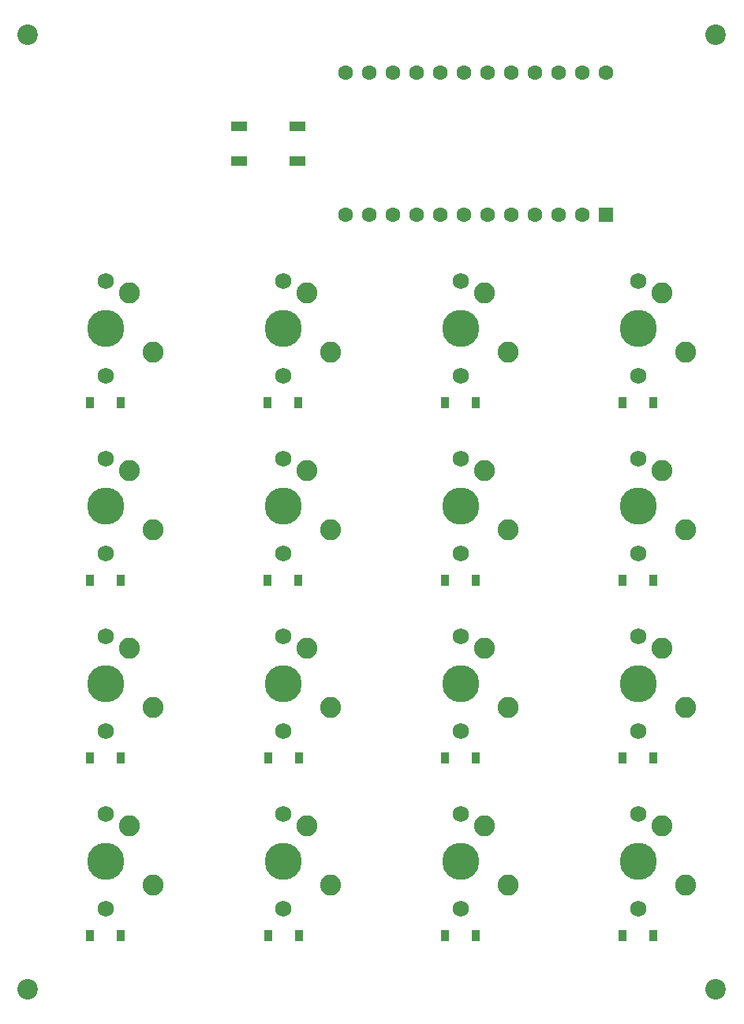
<source format=gbr>
%TF.GenerationSoftware,KiCad,Pcbnew,(5.1.10)-1*%
%TF.CreationDate,2021-05-19T15:55:05-05:00*%
%TF.ProjectId,smol-keypad,736d6f6c-2d6b-4657-9970-61642e6b6963,rev?*%
%TF.SameCoordinates,Original*%
%TF.FileFunction,Soldermask,Bot*%
%TF.FilePolarity,Negative*%
%FSLAX46Y46*%
G04 Gerber Fmt 4.6, Leading zero omitted, Abs format (unit mm)*
G04 Created by KiCad (PCBNEW (5.1.10)-1) date 2021-05-19 15:55:05*
%MOMM*%
%LPD*%
G01*
G04 APERTURE LIST*
%ADD10C,2.200000*%
%ADD11R,0.900000X1.200000*%
%ADD12C,1.600000*%
%ADD13R,1.600000X1.600000*%
%ADD14R,1.700000X1.000000*%
%ADD15C,2.250000*%
%ADD16C,3.987800*%
%ADD17C,1.750000*%
G04 APERTURE END LIST*
D10*
%TO.C,H4*%
X167877984Y-132754576D03*
%TD*%
%TO.C,H3*%
X94059296Y-132754576D03*
%TD*%
%TO.C,H2*%
X167877984Y-30360912D03*
%TD*%
%TO.C,H1*%
X94059296Y-30360912D03*
%TD*%
D11*
%TO.C,D16*%
X104043750Y-127000000D03*
X100743750Y-127000000D03*
%TD*%
D12*
%TO.C,U1*%
X156051250Y-34448750D03*
X153511250Y-34448750D03*
X150971250Y-34448750D03*
X148431250Y-34448750D03*
X145891250Y-34448750D03*
X143351250Y-34448750D03*
X140811250Y-34448750D03*
X138271250Y-34448750D03*
X135731250Y-34448750D03*
X133191250Y-34448750D03*
X130651250Y-34448750D03*
X128111250Y-34448750D03*
X128111250Y-49688750D03*
X130651250Y-49688750D03*
X133191250Y-49688750D03*
X135731250Y-49688750D03*
X138271250Y-49688750D03*
X140811250Y-49688750D03*
X143351250Y-49688750D03*
X145891250Y-49688750D03*
X148431250Y-49688750D03*
X150971250Y-49688750D03*
X153511250Y-49688750D03*
D13*
X156051250Y-49688750D03*
%TD*%
D14*
%TO.C,SW1*%
X116706250Y-43968750D03*
X123006250Y-43968750D03*
X116706250Y-40168750D03*
X123006250Y-40168750D03*
%TD*%
D15*
%TO.C,MX16*%
X107473750Y-121602500D03*
D16*
X102393750Y-119062500D03*
D15*
X104933750Y-115252500D03*
D17*
X102393750Y-113982500D03*
X102393750Y-124142500D03*
%TD*%
D15*
%TO.C,MX15*%
X107473750Y-102552500D03*
D16*
X102393750Y-100012500D03*
D15*
X104933750Y-96202500D03*
D17*
X102393750Y-94932500D03*
X102393750Y-105092500D03*
%TD*%
D15*
%TO.C,MX14*%
X107473750Y-83502500D03*
D16*
X102393750Y-80962500D03*
D15*
X104933750Y-77152500D03*
D17*
X102393750Y-75882500D03*
X102393750Y-86042500D03*
%TD*%
D15*
%TO.C,MX13*%
X107473750Y-64452500D03*
D16*
X102393750Y-61912500D03*
D15*
X104933750Y-58102500D03*
D17*
X102393750Y-56832500D03*
X102393750Y-66992500D03*
%TD*%
D15*
%TO.C,MX12*%
X126523750Y-121602500D03*
D16*
X121443750Y-119062500D03*
D15*
X123983750Y-115252500D03*
D17*
X121443750Y-113982500D03*
X121443750Y-124142500D03*
%TD*%
D15*
%TO.C,MX11*%
X126523750Y-102552500D03*
D16*
X121443750Y-100012500D03*
D15*
X123983750Y-96202500D03*
D17*
X121443750Y-94932500D03*
X121443750Y-105092500D03*
%TD*%
D15*
%TO.C,MX10*%
X126523750Y-83502500D03*
D16*
X121443750Y-80962500D03*
D15*
X123983750Y-77152500D03*
D17*
X121443750Y-75882500D03*
X121443750Y-86042500D03*
%TD*%
D15*
%TO.C,MX9*%
X126523750Y-64452500D03*
D16*
X121443750Y-61912500D03*
D15*
X123983750Y-58102500D03*
D17*
X121443750Y-56832500D03*
X121443750Y-66992500D03*
%TD*%
D15*
%TO.C,MX8*%
X145573750Y-121602500D03*
D16*
X140493750Y-119062500D03*
D15*
X143033750Y-115252500D03*
D17*
X140493750Y-113982500D03*
X140493750Y-124142500D03*
%TD*%
D15*
%TO.C,MX7*%
X145573750Y-102552500D03*
D16*
X140493750Y-100012500D03*
D15*
X143033750Y-96202500D03*
D17*
X140493750Y-94932500D03*
X140493750Y-105092500D03*
%TD*%
D15*
%TO.C,MX6*%
X145573750Y-83502500D03*
D16*
X140493750Y-80962500D03*
D15*
X143033750Y-77152500D03*
D17*
X140493750Y-75882500D03*
X140493750Y-86042500D03*
%TD*%
D15*
%TO.C,MX5*%
X145573750Y-64452500D03*
D16*
X140493750Y-61912500D03*
D15*
X143033750Y-58102500D03*
D17*
X140493750Y-56832500D03*
X140493750Y-66992500D03*
%TD*%
D15*
%TO.C,MX4*%
X164623750Y-121602500D03*
D16*
X159543750Y-119062500D03*
D15*
X162083750Y-115252500D03*
D17*
X159543750Y-113982500D03*
X159543750Y-124142500D03*
%TD*%
D15*
%TO.C,MX3*%
X164623750Y-102552500D03*
D16*
X159543750Y-100012500D03*
D15*
X162083750Y-96202500D03*
D17*
X159543750Y-94932500D03*
X159543750Y-105092500D03*
%TD*%
D15*
%TO.C,MX2*%
X164623750Y-83502500D03*
D16*
X159543750Y-80962500D03*
D15*
X162083750Y-77152500D03*
D17*
X159543750Y-75882500D03*
X159543750Y-86042500D03*
%TD*%
D15*
%TO.C,MX1*%
X164623750Y-64452500D03*
D16*
X159543750Y-61912500D03*
D15*
X162083750Y-58102500D03*
D17*
X159543750Y-56832500D03*
X159543750Y-66992500D03*
%TD*%
D11*
%TO.C,D15*%
X104043750Y-107950000D03*
X100743750Y-107950000D03*
%TD*%
%TO.C,D14*%
X104043750Y-88900000D03*
X100743750Y-88900000D03*
%TD*%
%TO.C,D13*%
X104043750Y-69850000D03*
X100743750Y-69850000D03*
%TD*%
%TO.C,D12*%
X123156250Y-127000000D03*
X119856250Y-127000000D03*
%TD*%
%TO.C,D11*%
X123156250Y-107950000D03*
X119856250Y-107950000D03*
%TD*%
%TO.C,D10*%
X123093750Y-88900000D03*
X119793750Y-88900000D03*
%TD*%
%TO.C,D9*%
X123093750Y-69850000D03*
X119793750Y-69850000D03*
%TD*%
%TO.C,D8*%
X142143750Y-127000000D03*
X138843750Y-127000000D03*
%TD*%
%TO.C,D7*%
X142143750Y-107950000D03*
X138843750Y-107950000D03*
%TD*%
%TO.C,D6*%
X142143750Y-88900000D03*
X138843750Y-88900000D03*
%TD*%
%TO.C,D5*%
X142143750Y-69850000D03*
X138843750Y-69850000D03*
%TD*%
%TO.C,D4*%
X161193750Y-127000000D03*
X157893750Y-127000000D03*
%TD*%
%TO.C,D3*%
X161193750Y-107950000D03*
X157893750Y-107950000D03*
%TD*%
%TO.C,D2*%
X161193750Y-88900000D03*
X157893750Y-88900000D03*
%TD*%
%TO.C,D1*%
X161193750Y-69850000D03*
X157893750Y-69850000D03*
%TD*%
M02*

</source>
